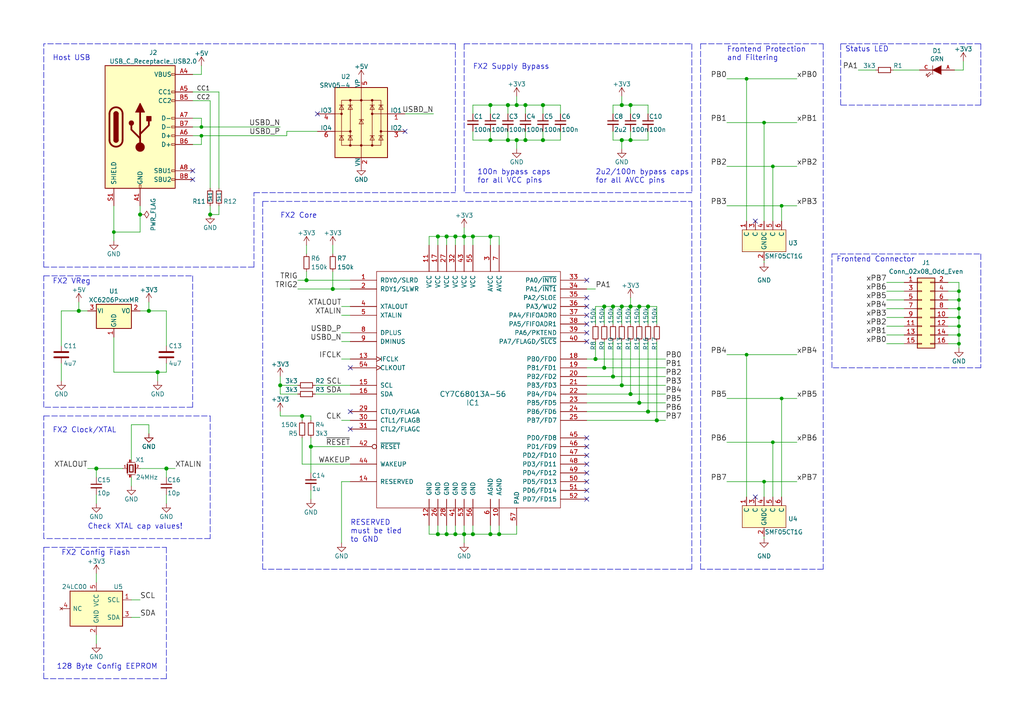
<source format=kicad_sch>
(kicad_sch (version 20230121) (generator eeschema)
  (paper "A4")
  (title_block (title "BitMagic-Basic") (rev "V1.1a") (company "1BitSquared") (comment 1 "License: CC-BY-SA V4.0") (comment 2 "(C) 2019-2020 1BitSquared <info@1bitsquared.com>") (comment 3 "(C) 2019-2020 Piotr Esden-Tempski <piotr@esden.net>"))
  (junction (at 180.34 40.64) (diameter 1.016))
  (junction (at 278.13 97.155))
  (junction (at 81.28 111.76) (diameter 1.016))
  (junction (at 58.42 36.83))
  (junction (at 278.13 92.075))
  (junction (at 177.8 109.22) (diameter 1.016))
  (junction (at 129.54 68.58) (diameter 1.016))
  (junction (at 216.535 22.86))
  (junction (at 33.02 67.31))
  (junction (at 182.88 114.3) (diameter 1.016))
  (junction (at 152.4 30.48) (diameter 1.016))
  (junction (at 216.535 102.87))
  (junction (at 137.16 68.58) (diameter 1.016))
  (junction (at 221.615 139.7))
  (junction (at 127 154.94) (diameter 1.016))
  (junction (at 142.24 68.58) (diameter 1.016))
  (junction (at 87.63 120.65) (diameter 1.016))
  (junction (at 149.86 40.64) (diameter 1.016))
  (junction (at 127 68.58) (diameter 1.016))
  (junction (at 278.13 89.535))
  (junction (at 45.72 107.95) (diameter 1.016))
  (junction (at 185.42 116.84) (diameter 1.016))
  (junction (at 185.42 88.9) (diameter 1.016))
  (junction (at 142.24 30.48) (diameter 1.016))
  (junction (at 278.13 86.995))
  (junction (at 224.155 48.26))
  (junction (at 226.695 59.69))
  (junction (at 180.34 88.9) (diameter 1.016))
  (junction (at 221.615 35.56))
  (junction (at 224.155 128.27))
  (junction (at 134.62 154.94) (diameter 1.016))
  (junction (at 182.88 88.9) (diameter 1.016))
  (junction (at 278.13 99.695))
  (junction (at 190.5 121.92) (diameter 1.016))
  (junction (at 187.96 88.9) (diameter 1.016))
  (junction (at 96.52 83.82) (diameter 1.016))
  (junction (at 147.32 40.64) (diameter 1.016))
  (junction (at 22.86 90.17) (diameter 1.016))
  (junction (at 180.34 30.48) (diameter 1.016))
  (junction (at 43.18 90.17) (diameter 1.016))
  (junction (at 182.88 30.48) (diameter 1.016))
  (junction (at 48.26 135.89) (diameter 1.016))
  (junction (at 172.72 104.14) (diameter 1.016))
  (junction (at 90.17 129.54) (diameter 1.016))
  (junction (at 40.64 62.23) (diameter 1.016))
  (junction (at 132.08 68.58) (diameter 1.016))
  (junction (at 137.16 154.94) (diameter 1.016))
  (junction (at 157.48 30.48) (diameter 1.016))
  (junction (at 152.4 40.64) (diameter 1.016))
  (junction (at 187.96 119.38) (diameter 1.016))
  (junction (at 88.9 81.28) (diameter 1.016))
  (junction (at 60.96 62.23) (diameter 1.016))
  (junction (at 27.94 135.89) (diameter 1.016))
  (junction (at 157.48 40.64) (diameter 1.016))
  (junction (at 144.78 154.94) (diameter 1.016))
  (junction (at 147.32 30.48) (diameter 1.016))
  (junction (at 142.24 40.64) (diameter 1.016))
  (junction (at 175.26 106.68) (diameter 1.016))
  (junction (at 182.88 40.64) (diameter 1.016))
  (junction (at 278.13 84.455))
  (junction (at 226.695 115.57))
  (junction (at 142.24 154.94) (diameter 1.016))
  (junction (at 149.86 30.48) (diameter 1.016))
  (junction (at 177.8 88.9) (diameter 1.016))
  (junction (at 278.13 94.615))
  (junction (at 134.62 68.58) (diameter 1.016))
  (junction (at 129.54 154.94) (diameter 1.016))
  (junction (at 175.26 88.9) (diameter 1.016))
  (junction (at 132.08 154.94) (diameter 1.016))
  (junction (at 180.34 111.76) (diameter 1.016))
  (junction (at 58.42 39.37))
  (no_connect (at 170.18 93.98))
  (no_connect (at 170.18 129.54))
  (no_connect (at 170.18 96.52))
  (no_connect (at 92.075 33.02))
  (no_connect (at 101.6 106.68))
  (no_connect (at 170.18 132.08))
  (no_connect (at 117.475 38.1))
  (no_connect (at 55.88 49.53))
  (no_connect (at 170.18 139.7))
  (no_connect (at 170.18 99.06))
  (no_connect (at 170.18 142.24))
  (no_connect (at 101.6 119.38))
  (no_connect (at 170.18 137.16))
  (no_connect (at 170.18 144.78))
  (no_connect (at 170.18 81.28))
  (no_connect (at 170.18 134.62))
  (no_connect (at 170.18 86.36))
  (no_connect (at 170.18 91.44))
  (no_connect (at 219.075 144.145))
  (no_connect (at 170.18 88.9))
  (no_connect (at 101.6 124.46))
  (no_connect (at 219.075 64.135))
  (no_connect (at 170.18 127))
  (no_connect (at 55.88 52.07))
  (wire (pts (xy 187.96 119.38) (xy 193.04 119.38)))
  (polyline (pts (xy 200.66 58.42) (xy 200.66 165.1)) (stroke (width 0) (type dash)))
  (polyline (pts (xy 284.48 106.68) (xy 241.3 106.68)) (stroke (width 0) (type dash)))
  (wire (pts (xy 86.36 111.76) (xy 81.28 111.76)))
  (wire (pts (xy 90.17 120.65) (xy 90.17 121.92)))
  (wire (pts (xy 144.78 154.94) (xy 149.86 154.94)))
  (wire (pts (xy 38.1 179.07) (xy 40.64 179.07)))
  (wire (pts (xy 58.42 21.59) (xy 58.42 19.05)))
  (wire (pts (xy 170.18 109.22) (xy 177.8 109.22)))
  (wire (pts (xy 262.255 89.535) (xy 257.175 89.535)))
  (wire (pts (xy 172.72 88.9) (xy 175.26 88.9)))
  (polyline (pts (xy 12.7 80.01) (xy 55.88 80.01)) (stroke (width 0) (type dash)))
  (wire (pts (xy 170.18 106.68) (xy 175.26 106.68)))
  (wire (pts (xy 142.24 71.12) (xy 142.24 68.58)))
  (wire (pts (xy 177.8 38.1) (xy 177.8 40.64)))
  (wire (pts (xy 262.255 92.075) (xy 257.175 92.075)))
  (wire (pts (xy 262.255 97.155) (xy 257.175 97.155)))
  (wire (pts (xy 17.78 90.17) (xy 22.86 90.17)))
  (wire (pts (xy 48.26 143.51) (xy 48.26 146.05)))
  (wire (pts (xy 38.1 123.19) (xy 43.18 123.19)))
  (wire (pts (xy 175.26 106.68) (xy 193.04 106.68)))
  (wire (pts (xy 58.42 36.83) (xy 81.28 36.83)))
  (wire (pts (xy 262.255 84.455) (xy 257.175 84.455)))
  (wire (pts (xy 96.52 71.12) (xy 96.52 73.66)))
  (wire (pts (xy 152.4 30.48) (xy 157.48 30.48)))
  (wire (pts (xy 83.185 39.37) (xy 83.185 38.1)))
  (wire (pts (xy 187.96 88.9) (xy 190.5 88.9)))
  (wire (pts (xy 96.52 83.82) (xy 86.36 83.82)))
  (wire (pts (xy 45.72 107.95) (xy 45.72 110.49)))
  (wire (pts (xy 182.88 88.9) (xy 182.88 93.98)))
  (wire (pts (xy 81.28 111.76) (xy 81.28 114.3)))
  (wire (pts (xy 137.16 68.58) (xy 142.24 68.58)))
  (wire (pts (xy 88.9 73.66) (xy 88.9 71.12)))
  (wire (pts (xy 101.6 121.92) (xy 99.06 121.92)))
  (wire (pts (xy 210.82 139.7) (xy 221.615 139.7)))
  (wire (pts (xy 38.1 133.35) (xy 38.1 123.19)))
  (wire (pts (xy 87.63 134.62) (xy 101.6 134.62)))
  (wire (pts (xy 127 152.4) (xy 127 154.94)))
  (wire (pts (xy 172.72 104.14) (xy 172.72 99.06)))
  (polyline (pts (xy 243.84 30.48) (xy 243.84 12.7)) (stroke (width 0) (type dash)))
  (polyline (pts (xy 134.62 12.7) (xy 134.62 55.88)) (stroke (width 0) (type dash)))
  (wire (pts (xy 81.28 119.38) (xy 81.28 120.65)))
  (wire (pts (xy 224.155 48.26) (xy 231.14 48.26)))
  (polyline (pts (xy 60.96 120.65) (xy 60.96 156.21)) (stroke (width 0) (type dash)))
  (wire (pts (xy 274.955 92.075) (xy 278.13 92.075)))
  (wire (pts (xy 221.615 139.7) (xy 231.14 139.7)))
  (polyline (pts (xy 203.2 12.7) (xy 238.76 12.7)) (stroke (width 0) (type dash)))
  (wire (pts (xy 177.8 30.48) (xy 180.34 30.48)))
  (wire (pts (xy 210.82 128.27) (xy 224.155 128.27)))
  (wire (pts (xy 147.32 33.02) (xy 147.32 30.48)))
  (wire (pts (xy 17.78 90.17) (xy 17.78 100.33)))
  (wire (pts (xy 182.88 88.9) (xy 185.42 88.9)))
  (wire (pts (xy 149.86 30.48) (xy 152.4 30.48)))
  (wire (pts (xy 175.26 88.9) (xy 177.8 88.9)))
  (wire (pts (xy 172.72 104.14) (xy 193.04 104.14)))
  (wire (pts (xy 180.34 93.98) (xy 180.34 88.9)))
  (wire (pts (xy 55.88 39.37) (xy 58.42 39.37)))
  (polyline (pts (xy 73.66 55.88) (xy 132.08 55.88)) (stroke (width 0) (type dash)))
  (wire (pts (xy 129.54 154.94) (xy 132.08 154.94)))
  (wire (pts (xy 86.36 81.28) (xy 88.9 81.28)))
  (wire (pts (xy 27.94 135.89) (xy 35.56 135.89)))
  (polyline (pts (xy 134.62 12.7) (xy 200.66 12.7)) (stroke (width 0) (type dash)))
  (wire (pts (xy 134.62 154.94) (xy 137.16 154.94)))
  (wire (pts (xy 60.96 59.69) (xy 60.96 62.23)))
  (wire (pts (xy 190.5 121.92) (xy 193.04 121.92)))
  (wire (pts (xy 22.86 90.17) (xy 22.86 87.63)))
  (wire (pts (xy 210.82 22.86) (xy 216.535 22.86)))
  (wire (pts (xy 170.18 104.14) (xy 172.72 104.14)))
  (wire (pts (xy 187.96 30.48) (xy 187.96 33.02)))
  (wire (pts (xy 58.42 36.83) (xy 58.42 34.29)))
  (wire (pts (xy 210.82 35.56) (xy 221.615 35.56)))
  (wire (pts (xy 274.955 86.995) (xy 278.13 86.995)))
  (polyline (pts (xy 200.66 12.7) (xy 200.66 55.88)) (stroke (width 0) (type dash)))
  (wire (pts (xy 101.6 114.3) (xy 91.44 114.3)))
  (wire (pts (xy 170.18 116.84) (xy 185.42 116.84)))
  (wire (pts (xy 187.96 40.64) (xy 187.96 38.1)))
  (polyline (pts (xy 12.7 118.11) (xy 12.7 80.01)) (stroke (width 0) (type dash)))
  (wire (pts (xy 87.63 127) (xy 87.63 134.62)))
  (wire (pts (xy 210.82 115.57) (xy 226.695 115.57)))
  (wire (pts (xy 274.955 99.695) (xy 278.13 99.695)))
  (wire (pts (xy 182.88 38.1) (xy 182.88 40.64)))
  (wire (pts (xy 147.32 38.1) (xy 147.32 40.64)))
  (wire (pts (xy 27.94 184.15) (xy 27.94 186.69)))
  (wire (pts (xy 101.6 139.7) (xy 99.06 139.7)))
  (wire (pts (xy 101.6 83.82) (xy 96.52 83.82)))
  (wire (pts (xy 162.56 40.64) (xy 162.56 38.1)))
  (wire (pts (xy 33.02 67.31) (xy 33.02 69.85)))
  (wire (pts (xy 170.18 114.3) (xy 182.88 114.3)))
  (polyline (pts (xy 48.26 196.85) (xy 12.7 196.85)) (stroke (width 0) (type dash)))
  (wire (pts (xy 87.63 120.65) (xy 90.17 120.65)))
  (wire (pts (xy 152.4 38.1) (xy 152.4 40.64)))
  (wire (pts (xy 170.18 119.38) (xy 187.96 119.38)))
  (wire (pts (xy 149.86 154.94) (xy 149.86 152.4)))
  (wire (pts (xy 55.88 41.91) (xy 58.42 41.91)))
  (wire (pts (xy 137.16 71.12) (xy 137.16 68.58)))
  (wire (pts (xy 87.63 120.65) (xy 87.63 121.92)))
  (wire (pts (xy 127 68.58) (xy 129.54 68.58)))
  (polyline (pts (xy 241.3 106.68) (xy 241.3 73.66)) (stroke (width 0) (type dash)))
  (wire (pts (xy 137.16 40.64) (xy 142.24 40.64)))
  (wire (pts (xy 90.17 129.54) (xy 90.17 137.16)))
  (wire (pts (xy 226.695 59.69) (xy 231.14 59.69)))
  (wire (pts (xy 216.535 22.86) (xy 216.535 64.135)))
  (wire (pts (xy 137.16 30.48) (xy 142.24 30.48)))
  (wire (pts (xy 185.42 93.98) (xy 185.42 88.9)))
  (wire (pts (xy 134.62 68.58) (xy 137.16 68.58)))
  (wire (pts (xy 276.86 20.32) (xy 279.4 20.32)))
  (wire (pts (xy 224.155 128.27) (xy 231.14 128.27)))
  (polyline (pts (xy 12.7 196.85) (xy 12.7 158.75)) (stroke (width 0) (type dash)))
  (wire (pts (xy 162.56 30.48) (xy 162.56 33.02)))
  (wire (pts (xy 33.02 97.79) (xy 33.02 107.95)))
  (wire (pts (xy 27.94 143.51) (xy 27.94 146.05)))
  (wire (pts (xy 27.94 168.91) (xy 27.94 166.37)))
  (wire (pts (xy 25.4 135.89) (xy 27.94 135.89)))
  (wire (pts (xy 177.8 93.98) (xy 177.8 88.9)))
  (wire (pts (xy 137.16 152.4) (xy 137.16 154.94)))
  (polyline (pts (xy 241.3 73.66) (xy 284.48 73.66)) (stroke (width 0) (type dash)))
  (wire (pts (xy 55.88 34.29) (xy 58.42 34.29)))
  (wire (pts (xy 152.4 40.64) (xy 157.48 40.64)))
  (polyline (pts (xy 200.66 165.1) (xy 76.2 165.1)) (stroke (width 0) (type dash)))
  (wire (pts (xy 129.54 152.4) (xy 129.54 154.94)))
  (wire (pts (xy 226.695 115.57) (xy 231.14 115.57)))
  (wire (pts (xy 149.86 30.48) (xy 149.86 27.94)))
  (wire (pts (xy 274.955 97.155) (xy 278.13 97.155)))
  (wire (pts (xy 278.13 99.695) (xy 278.13 100.965)))
  (wire (pts (xy 226.695 59.69) (xy 226.695 64.135)))
  (wire (pts (xy 142.24 30.48) (xy 147.32 30.48)))
  (wire (pts (xy 221.615 35.56) (xy 231.14 35.56)))
  (wire (pts (xy 137.16 33.02) (xy 137.16 30.48)))
  (wire (pts (xy 142.24 68.58) (xy 144.78 68.58)))
  (wire (pts (xy 278.13 89.535) (xy 278.13 92.075)))
  (wire (pts (xy 180.34 30.48) (xy 182.88 30.48)))
  (wire (pts (xy 177.8 88.9) (xy 180.34 88.9)))
  (wire (pts (xy 127 71.12) (xy 127 68.58)))
  (wire (pts (xy 182.88 86.36) (xy 182.88 88.9)))
  (wire (pts (xy 185.42 88.9) (xy 187.96 88.9)))
  (wire (pts (xy 157.48 38.1) (xy 157.48 40.64)))
  (wire (pts (xy 262.255 94.615) (xy 257.175 94.615)))
  (wire (pts (xy 48.26 135.89) (xy 48.26 138.43)))
  (polyline (pts (xy 243.84 12.7) (xy 284.48 12.7)) (stroke (width 0) (type dash)))
  (wire (pts (xy 175.26 93.98) (xy 175.26 88.9)))
  (wire (pts (xy 172.72 93.98) (xy 172.72 88.9)))
  (wire (pts (xy 134.62 66.04) (xy 134.62 68.58)))
  (wire (pts (xy 262.255 86.995) (xy 257.175 86.995)))
  (wire (pts (xy 278.13 94.615) (xy 278.13 97.155)))
  (wire (pts (xy 134.62 68.58) (xy 134.62 71.12)))
  (wire (pts (xy 101.6 91.44) (xy 99.06 91.44)))
  (wire (pts (xy 180.34 88.9) (xy 182.88 88.9)))
  (wire (pts (xy 27.94 135.89) (xy 27.94 138.43)))
  (polyline (pts (xy 284.48 12.7) (xy 284.48 30.48)) (stroke (width 0) (type dash)))
  (polyline (pts (xy 12.7 120.65) (xy 60.96 120.65)) (stroke (width 0) (type dash)))
  (wire (pts (xy 221.615 139.7) (xy 221.615 144.145)))
  (wire (pts (xy 210.82 102.87) (xy 216.535 102.87)))
  (wire (pts (xy 124.46 68.58) (xy 127 68.58)))
  (polyline (pts (xy 12.7 158.75) (xy 48.26 158.75)) (stroke (width 0) (type dash)))
  (wire (pts (xy 274.955 84.455) (xy 278.13 84.455)))
  (wire (pts (xy 101.6 99.06) (xy 99.06 99.06)))
  (wire (pts (xy 43.18 90.17) (xy 48.26 90.17)))
  (wire (pts (xy 88.9 78.74) (xy 88.9 81.28)))
  (polyline (pts (xy 55.88 118.11) (xy 12.7 118.11)) (stroke (width 0) (type dash)))
  (polyline (pts (xy 284.48 30.48) (xy 243.84 30.48)) (stroke (width 0) (type dash)))
  (wire (pts (xy 180.34 40.64) (xy 180.34 43.18)))
  (polyline (pts (xy 73.66 77.47) (xy 73.66 55.88)) (stroke (width 0) (type dash)))
  (wire (pts (xy 134.62 154.94) (xy 134.62 157.48)))
  (wire (pts (xy 132.08 152.4) (xy 132.08 154.94)))
  (wire (pts (xy 182.88 30.48) (xy 187.96 30.48)))
  (wire (pts (xy 40.64 67.31) (xy 33.02 67.31)))
  (wire (pts (xy 278.13 92.075) (xy 278.13 94.615)))
  (wire (pts (xy 180.34 111.76) (xy 193.04 111.76)))
  (wire (pts (xy 216.535 22.86) (xy 231.14 22.86)))
  (wire (pts (xy 38.1 173.99) (xy 40.64 173.99)))
  (wire (pts (xy 45.72 107.95) (xy 48.26 107.95)))
  (wire (pts (xy 132.08 71.12) (xy 132.08 68.58)))
  (wire (pts (xy 182.88 114.3) (xy 193.04 114.3)))
  (wire (pts (xy 17.78 105.41) (xy 17.78 110.49)))
  (wire (pts (xy 124.46 154.94) (xy 127 154.94)))
  (wire (pts (xy 83.185 38.1) (xy 92.075 38.1)))
  (wire (pts (xy 48.26 135.89) (xy 50.8 135.89)))
  (wire (pts (xy 55.88 36.83) (xy 58.42 36.83)))
  (wire (pts (xy 262.255 81.915) (xy 257.175 81.915)))
  (wire (pts (xy 224.155 128.27) (xy 224.155 144.145)))
  (wire (pts (xy 90.17 127) (xy 90.17 129.54)))
  (wire (pts (xy 259.08 20.32) (xy 266.7 20.32)))
  (polyline (pts (xy 284.48 73.66) (xy 284.48 106.68)) (stroke (width 0) (type dash)))
  (wire (pts (xy 132.08 154.94) (xy 134.62 154.94)))
  (wire (pts (xy 170.18 111.76) (xy 180.34 111.76)))
  (wire (pts (xy 224.155 48.26) (xy 224.155 64.135)))
  (polyline (pts (xy 132.08 12.7) (xy 12.7 12.7)) (stroke (width 0) (type dash)))
  (wire (pts (xy 157.48 30.48) (xy 162.56 30.48)))
  (wire (pts (xy 127 154.94) (xy 129.54 154.94)))
  (wire (pts (xy 63.5 26.67) (xy 63.5 54.61)))
  (wire (pts (xy 221.615 75.565) (xy 221.615 76.2)))
  (wire (pts (xy 149.86 40.64) (xy 149.86 43.18)))
  (wire (pts (xy 185.42 116.84) (xy 193.04 116.84)))
  (polyline (pts (xy 60.96 156.21) (xy 12.7 156.21)) (stroke (width 0) (type dash)))
  (wire (pts (xy 182.88 114.3) (xy 182.88 99.06)))
  (wire (pts (xy 144.78 154.94) (xy 144.78 152.4)))
  (wire (pts (xy 226.695 115.57) (xy 226.695 144.145)))
  (wire (pts (xy 144.78 68.58) (xy 144.78 71.12)))
  (wire (pts (xy 137.16 38.1) (xy 137.16 40.64)))
  (wire (pts (xy 149.86 40.64) (xy 152.4 40.64)))
  (wire (pts (xy 221.615 35.56) (xy 221.615 64.135)))
  (wire (pts (xy 210.82 59.69) (xy 226.695 59.69)))
  (wire (pts (xy 101.6 96.52) (xy 99.06 96.52)))
  (wire (pts (xy 142.24 38.1) (xy 142.24 40.64)))
  (polyline (pts (xy 200.66 55.88) (xy 134.62 55.88)) (stroke (width 0) (type dash)))
  (wire (pts (xy 262.255 99.695) (xy 257.175 99.695)))
  (polyline (pts (xy 76.2 58.42) (xy 200.66 58.42)) (stroke (width 0) (type dash)))
  (wire (pts (xy 101.6 129.54) (xy 90.17 129.54)))
  (wire (pts (xy 187.96 119.38) (xy 187.96 99.06)))
  (wire (pts (xy 101.6 104.14) (xy 99.06 104.14)))
  (wire (pts (xy 190.5 88.9) (xy 190.5 93.98)))
  (wire (pts (xy 157.48 40.64) (xy 162.56 40.64)))
  (wire (pts (xy 134.62 152.4) (xy 134.62 154.94)))
  (wire (pts (xy 55.88 21.59) (xy 58.42 21.59)))
  (wire (pts (xy 142.24 40.64) (xy 147.32 40.64)))
  (wire (pts (xy 177.8 40.64) (xy 180.34 40.64)))
  (wire (pts (xy 187.96 93.98) (xy 187.96 88.9)))
  (wire (pts (xy 63.5 59.69) (xy 63.5 62.23)))
  (wire (pts (xy 279.4 20.32) (xy 279.4 17.78)))
  (wire (pts (xy 278.13 81.915) (xy 278.13 84.455)))
  (wire (pts (xy 278.13 86.995) (xy 278.13 89.535)))
  (wire (pts (xy 60.96 62.23) (xy 63.5 62.23)))
  (polyline (pts (xy 76.2 165.1) (xy 76.2 58.42)) (stroke (width 0) (type dash)))
  (wire (pts (xy 55.88 26.67) (xy 63.5 26.67)))
  (wire (pts (xy 55.88 29.21) (xy 60.96 29.21)))
  (wire (pts (xy 180.34 30.48) (xy 180.34 27.94)))
  (wire (pts (xy 185.42 116.84) (xy 185.42 99.06)))
  (wire (pts (xy 180.34 40.64) (xy 182.88 40.64)))
  (wire (pts (xy 278.13 97.155) (xy 278.13 99.695)))
  (wire (pts (xy 177.8 109.22) (xy 193.04 109.22)))
  (polyline (pts (xy 12.7 77.47) (xy 12.7 12.7)) (stroke (width 0) (type dash)))
  (wire (pts (xy 274.955 94.615) (xy 278.13 94.615)))
  (wire (pts (xy 129.54 71.12) (xy 129.54 68.58)))
  (wire (pts (xy 157.48 33.02) (xy 157.48 30.48)))
  (wire (pts (xy 38.1 138.43) (xy 38.1 140.97)))
  (wire (pts (xy 88.9 81.28) (xy 101.6 81.28)))
  (wire (pts (xy 248.92 20.32) (xy 254 20.32)))
  (wire (pts (xy 124.46 71.12) (xy 124.46 68.58)))
  (wire (pts (xy 129.54 68.58) (xy 132.08 68.58)))
  (wire (pts (xy 142.24 33.02) (xy 142.24 30.48)))
  (wire (pts (xy 152.4 33.02) (xy 152.4 30.48)))
  (wire (pts (xy 48.26 90.17) (xy 48.26 100.33)))
  (wire (pts (xy 147.32 40.64) (xy 149.86 40.64)))
  (wire (pts (xy 175.26 106.68) (xy 175.26 99.06)))
  (wire (pts (xy 99.06 139.7) (xy 99.06 157.48)))
  (wire (pts (xy 278.13 81.915) (xy 274.955 81.915)))
  (wire (pts (xy 132.08 68.58) (xy 134.62 68.58)))
  (wire (pts (xy 43.18 123.19) (xy 43.18 125.73)))
  (wire (pts (xy 81.28 120.65) (xy 87.63 120.65)))
  (wire (pts (xy 278.13 84.455) (xy 278.13 86.995)))
  (polyline (pts (xy 238.76 12.7) (xy 238.76 165.1)) (stroke (width 0) (type dash)))
  (wire (pts (xy 22.86 90.17) (xy 25.4 90.17)))
  (wire (pts (xy 221.615 155.575) (xy 221.615 156.21)))
  (wire (pts (xy 101.6 88.9) (xy 99.06 88.9)))
  (wire (pts (xy 216.535 102.87) (xy 216.535 144.145)))
  (polyline (pts (xy 73.66 77.47) (xy 12.7 77.47)) (stroke (width 0) (type dash)))
  (polyline (pts (xy 203.2 165.1) (xy 203.2 12.7)) (stroke (width 0) (type dash)))
  (wire (pts (xy 40.64 90.17) (xy 43.18 90.17)))
  (wire (pts (xy 40.64 135.89) (xy 48.26 135.89)))
  (wire (pts (xy 90.17 142.24) (xy 90.17 144.78)))
  (wire (pts (xy 101.6 111.76) (xy 91.44 111.76)))
  (polyline (pts (xy 132.08 12.7) (xy 132.08 55.88)) (stroke (width 0) (type dash)))
  (wire (pts (xy 43.18 90.17) (xy 43.18 87.63)))
  (wire (pts (xy 96.52 83.82) (xy 96.52 78.74)))
  (wire (pts (xy 58.42 39.37) (xy 83.185 39.37)))
  (wire (pts (xy 182.88 40.64) (xy 187.96 40.64)))
  (wire (pts (xy 147.32 30.48) (xy 149.86 30.48)))
  (polyline (pts (xy 55.88 80.01) (xy 55.88 118.11)) (stroke (width 0) (type dash)))
  (wire (pts (xy 177.8 33.02) (xy 177.8 30.48)))
  (wire (pts (xy 274.955 89.535) (xy 278.13 89.535)))
  (wire (pts (xy 117.475 33.02) (xy 125.73 33.02)))
  (wire (pts (xy 58.42 39.37) (xy 58.42 41.91)))
  (wire (pts (xy 182.88 33.02) (xy 182.88 30.48)))
  (wire (pts (xy 124.46 152.4) (xy 124.46 154.94)))
  (wire (pts (xy 180.34 111.76) (xy 180.34 99.06)))
  (wire (pts (xy 142.24 152.4) (xy 142.24 154.94)))
  (wire (pts (xy 48.26 107.95) (xy 48.26 105.41)))
  (wire (pts (xy 177.8 109.22) (xy 177.8 99.06)))
  (wire (pts (xy 81.28 109.22) (xy 81.28 111.76)))
  (polyline (pts (xy 48.26 158.75) (xy 48.26 196.85)) (stroke (width 0) (type dash)))
  (wire (pts (xy 40.64 62.23) (xy 40.64 67.31)))
  (polyline (pts (xy 238.76 165.1) (xy 203.2 165.1)) (stroke (width 0) (type dash)))
  (wire (pts (xy 137.16 154.94) (xy 142.24 154.94)))
  (wire (pts (xy 33.02 107.95) (xy 45.72 107.95)))
  (wire (pts (xy 142.24 154.94) (xy 144.78 154.94)))
  (wire (pts (xy 60.96 29.21) (xy 60.96 54.61)))
  (wire (pts (xy 81.28 114.3) (xy 86.36 114.3)))
  (wire (pts (xy 33.02 59.69) (xy 33.02 67.31)))
  (wire (pts (xy 216.535 102.87) (xy 231.14 102.87)))
  (wire (pts (xy 170.18 121.92) (xy 190.5 121.92)))
  (wire (pts (xy 190.5 121.92) (xy 190.5 99.06)))
  (wire (pts (xy 40.64 59.69) (xy 40.64 62.23)))
  (wire (pts (xy 210.82 48.26) (xy 224.155 48.26)))
  (wire (pts (xy 170.18 83.82) (xy 172.72 83.82)))
  (polyline (pts (xy 12.7 156.21) (xy 12.7 120.65)) (stroke (width 0) (type dash)))
  (text "100n bypass caps\nfor all VCC pins" (at 138.43 53.34 0) (effects (font (size 1.524 1.524)) (justify left bottom)))
  (text "Host USB" (at 15.24 17.78 0) (effects (font (size 1.524 1.524)) (justify left bottom)))
  (text "Check XTAL cap values!" (at 25.4 153.67 0) (effects (font (size 1.524 1.524)) (justify left bottom)))
  (text "FX2 Config Flash" (at 17.78 161.29 0) (effects (font (size 1.524 1.524)) (justify left bottom)))
  (text "Frontend Protection\nand Filtering" (at 210.82 17.78 0) (effects (font (size 1.524 1.524)) (justify left bottom)))
  (text "FX2 Supply Bypass" (at 137.16 20.32 0) (effects (font (size 1.524 1.524)) (justify left bottom)))
  (text "2u2/100n bypass caps\nfor all AVCC pins" (at 172.72 53.34 0) (effects (font (size 1.524 1.524)) (justify left bottom)))
  (text "FX2 Core" (at 81.28 63.5 0) (effects (font (size 1.524 1.524)) (justify left bottom)))
  (text "Frontend Connector" (at 242.57 76.2 0) (effects (font (size 1.524 1.524)) (justify left bottom)))
  (text "FX2 Clock/XTAL" (at 15.24 125.73 0) (effects (font (size 1.524 1.524)) (justify left bottom)))
  (text "FX2 VReg" (at 15.24 82.55 0) (effects (font (size 1.524 1.524)) (justify left bottom)))
  (text "Status LED" (at 245.11 15.24 0) (effects (font (size 1.524 1.524)) (justify left bottom)))
  (text "128 Byte Config EEPROM" (at 45.72 194.31 0) (effects (font (size 1.524 1.524)) (justify right bottom)))
  (text "RESERVED\nmust be tied\nto GND" (at 101.6 157.48 0) (effects (font (size 1.524 1.524)) (justify left bottom)))
  (label "PB2" (at 210.82 48.26 180) (effects (font (size 1.524 1.524))))
  (label "XTALOUT" (at 99.06 88.9 180) (effects (font (size 1.524 1.524))))
  (label "PB5" (at 193.04 116.84 0) (effects (font (size 1.524 1.524))))
  (label "xPB2" (at 257.175 94.615 180) (effects (font (size 1.524 1.524))))
  (label "xPB1" (at 231.14 35.56 0) (effects (font (size 1.524 1.524))))
  (label "xPB6" (at 231.14 128.27 0) (effects (font (size 1.524 1.524))))
  (label "CC1" (at 60.96 26.67 180))
  (label "xPB0" (at 257.175 99.695 180) (effects (font (size 1.524 1.524))))
  (label "CC2" (at 60.96 29.21 180))
  (label "xPB3" (at 231.14 59.69 0) (effects (font (size 1.524 1.524))))
  (label "USBD_N" (at 81.28 36.83 180) (effects (font (size 1.524 1.524))))
  (label "PB3" (at 210.82 59.69 180) (effects (font (size 1.524 1.524))))
  (label "PB6" (at 210.82 128.27 180) (effects (font (size 1.524 1.524))))
  (label "PB0" (at 193.04 104.14 0) (effects (font (size 1.524 1.524))))
  (label "xPB0" (at 231.14 22.86 0) (effects (font (size 1.524 1.524))))
  (label "PA1" (at 172.72 83.82 0) (effects (font (size 1.524 1.524))))
  (label "xPB5" (at 231.14 115.57 0) (effects (font (size 1.524 1.524))))
  (label "xPB5" (at 257.175 86.995 180) (effects (font (size 1.524 1.524))))
  (label "WAKEUP" (at 101.6 134.62 180) (effects (font (size 1.524 1.524))))
  (label "SDA" (at 40.64 179.07 0) (effects (font (size 1.524 1.524))))
  (label "SCL" (at 99.06 111.76 180) (effects (font (size 1.524 1.524))))
  (label "PB1" (at 210.82 35.56 180) (effects (font (size 1.524 1.524))))
  (label "xPB4" (at 231.14 102.87 0) (effects (font (size 1.524 1.524))))
  (label "USBD_P" (at 99.06 96.52 180) (effects (font (size 1.524 1.524))))
  (label "xPB6" (at 257.175 84.455 180) (effects (font (size 1.524 1.524))))
  (label "~{RESET}" (at 101.6 129.54 180) (effects (font (size 1.524 1.524))))
  (label "PB4" (at 193.04 114.3 0) (effects (font (size 1.524 1.524))))
  (label "PB2" (at 193.04 109.22 0) (effects (font (size 1.524 1.524))))
  (label "xPB7" (at 257.175 81.915 180) (effects (font (size 1.524 1.524))))
  (label "XTALIN" (at 50.8 135.89 0) (effects (font (size 1.524 1.524))))
  (label "xPB7" (at 231.14 139.7 0) (effects (font (size 1.524 1.524))))
  (label "xPB2" (at 231.14 48.26 0) (effects (font (size 1.524 1.524))))
  (label "SCL" (at 40.64 173.99 0) (effects (font (size 1.524 1.524))))
  (label "TRIG2" (at 86.36 83.82 180) (effects (font (size 1.524 1.524))))
  (label "PB0" (at 210.82 22.86 180) (effects (font (size 1.524 1.524))))
  (label "CLK" (at 99.06 121.92 180) (effects (font (size 1.524 1.524))))
  (label "PB7" (at 210.82 139.7 180) (effects (font (size 1.524 1.524))))
  (label "IFCLK" (at 99.06 104.14 180) (effects (font (size 1.524 1.524))))
  (label "PB1" (at 193.04 106.68 0) (effects (font (size 1.524 1.524))))
  (label "TRIG" (at 86.36 81.28 180) (effects (font (size 1.524 1.524))))
  (label "PB5" (at 210.82 115.57 180) (effects (font (size 1.524 1.524))))
  (label "XTALIN" (at 99.06 91.44 180) (effects (font (size 1.524 1.524))))
  (label "USBD_P" (at 81.28 39.37 180) (effects (font (size 1.524 1.524))))
  (label "PA1" (at 248.92 20.32 180) (effects (font (size 1.524 1.524))))
  (label "PB4" (at 210.82 102.87 180) (effects (font (size 1.524 1.524))))
  (label "USBD_N" (at 99.06 99.06 180) (effects (font (size 1.524 1.524))))
  (label "xPB1" (at 257.175 97.155 180) (effects (font (size 1.524 1.524))))
  (label "SDA" (at 99.06 114.3 180) (effects (font (size 1.524 1.524))))
  (label "xPB4" (at 257.175 89.535 180) (effects (font (size 1.524 1.524))))
  (label "PB3" (at 193.04 111.76 0) (effects (font (size 1.524 1.524))))
  (label "xPB3" (at 257.175 92.075 180) (effects (font (size 1.524 1.524))))
  (label "PB6" (at 193.04 119.38 0) (effects (font (size 1.524 1.524))))
  (label "XTALOUT" (at 25.4 135.89 180) (effects (font (size 1.524 1.524))))
  (label "PB7" (at 193.04 121.92 0) (effects (font (size 1.524 1.524))))
  (label "USBD_N" (at 125.73 33.02 180) (effects (font (size 1.524 1.524))))
  (symbol (lib_id "pkl_cypress:CY7C68013A-56") (at 137.16 114.3 0) (unit 1)
    (property "Reference" "IC1" (at 137.16 116.84 0) (effects (font (size 1.524 1.524))))
    (property "Value" "CY7C68013A-56" (at 137.16 114.3 0) (effects (font (size 1.524 1.524))))
    (property "Footprint" "pkl_housings_dfn_qfn:QFN-56-1EP_8x8mm_Pitch0.5mm" (effects hide))
    (property "Key" "ic-cy7c68013a-56" (effects hide))
    (property "Source" "ANY" (effects hide))
    (property "MFN" "CY768013A-56" (effects hide))
    (property "Manufacturer" "Cypress" (effects hide))
    (property "LCSC Part #" "C14912" (effects hide))
  )
  (symbol (lib_id "pkl_device:pkl_C_Small") (at 90.17 139.7 0) (unit 1)
    (property "Reference" "C14" (at 90.424 137.922 0) (effects (justify left)))
    (property "Value" "1u" (at 90.424 141.732 0) (effects (justify left)))
    (property "Footprint" "pkl_dipol:C_0402" (effects hide))
    (property "Key" "cap-cer-0402-1u" (effects hide))
    (property "Source" "ANY" (effects hide))
    (property "LCSC Part #" "C52923" (effects hide))
  )
  (symbol (lib_id "pkl_device:pkl_R_Small") (at 88.9 111.76 270) (unit 1)
    (property "Reference" "R2" (at 91.44 110.49 90) (effects (justify left)))
    (property "Value" "3k3" (at 86.36 110.49 90) (effects (justify right)))
    (property "Footprint" "pkl_dipol:R_0402" (effects hide))
    (property "Key" "res-0402-2k7" (effects hide))
    (property "Source" "ANY" (effects hide))
    (property "LCSC Part #" "C25890" (effects hide))
  )
  (symbol (lib_id "power:+3V3") (at 134.62 66.04 0) (unit 1)
    (property "Reference" "#PWR01" (effects hide))
    (property "Value" "+3V3" (at 134.62 62.484 0))
  )
  (symbol (lib_id "pkl_device:pkl_R_Small") (at 88.9 114.3 270) (unit 1)
    (property "Reference" "R3" (at 91.44 113.03 90) (effects (justify left)))
    (property "Value" "3k3" (at 86.36 113.03 90) (effects (justify right)))
    (property "Footprint" "pkl_dipol:R_0402" (effects hide))
    (property "Key" "res-0402-2k7" (effects hide))
    (property "Source" "ANY" (effects hide))
    (property "LCSC Part #" "C25890" (effects hide))
  )
  (symbol (lib_id "power:+3V3") (at 81.28 109.22 0) (unit 1)
    (property "Reference" "#PWR02" (effects hide))
    (property "Value" "+3V3" (at 81.28 105.664 0))
  )
  (symbol (lib_id "pkl_device:pkl_R_Small") (at 90.17 124.46 180) (unit 1)
    (property "Reference" "R4" (at 91.44 123.19 0) (effects (justify right)))
    (property "Value" "3k3" (at 91.44 125.73 0) (effects (justify right)))
    (property "Footprint" "pkl_dipol:R_0402" (effects hide))
    (property "Key" "res-0402-2k7" (effects hide))
    (property "Source" "ANY" (effects hide))
    (property "LCSC Part #" "C25890" (effects hide))
  )
  (symbol (lib_id "pkl_device:pkl_R_Small") (at 87.63 124.46 180) (unit 1)
    (property "Reference" "R5" (at 86.36 125.73 0) (effects (justify left)))
    (property "Value" "150k" (at 86.36 123.19 0) (effects (justify left)))
    (property "Footprint" "pkl_dipol:R_0402" (effects hide))
    (property "Key" "res-0402-100k" (effects hide))
    (property "Source" "ANY" (effects hide))
    (property "LCSC Part #" "C25750" (effects hide))
  )
  (symbol (lib_id "power:+3V3") (at 81.28 119.38 0) (unit 1)
    (property "Reference" "#PWR03" (effects hide))
    (property "Value" "+3V3" (at 81.28 115.824 0))
  )
  (symbol (lib_id "power:GND") (at 90.17 144.78 0) (unit 1)
    (property "Reference" "#PWR04" (effects hide))
    (property "Value" "GND" (at 90.17 148.59 0))
  )
  (symbol (lib_id "power:GND") (at 99.06 157.48 0) (unit 1)
    (property "Reference" "#PWR05" (effects hide))
    (property "Value" "GND" (at 99.06 161.29 0))
  )
  (symbol (lib_id "power:GND") (at 134.62 157.48 0) (unit 1)
    (property "Reference" "#PWR06" (effects hide))
    (property "Value" "GND" (at 134.62 161.29 0))
  )
  (symbol (lib_id "pkl_device:pkl_LED") (at 271.78 20.32 0) (mirror y) (unit 1)
    (property "Reference" "D1" (at 271.78 14.732 0))
    (property "Value" "GRN" (at 271.78 17.0942 0))
    (property "Footprint" "pkl_dipol:D_0603" (effects hide))
    (property "Key" "led-0603-grn" (effects hide))
    (property "Source" "ANY" (effects hide))
    (property "Description" "150mcd @ 5mA" (effects hide))
    (property "MFN" "ORH-G36A" (effects hide))
    (property "Manufacturer" "Orient" (effects hide))
    (property "LCSC Part #" "C72043" (effects hide))
  )
  (symbol (lib_id "pkl_device:pkl_R_Small") (at 256.54 20.32 270) (unit 1)
    (property "Reference" "R1" (at 259.08 19.05 90) (effects (justify left)))
    (property "Value" "3k3" (at 254 19.05 90) (effects (justify right)))
    (property "Footprint" "pkl_dipol:R_0402" (effects hide))
    (property "Key" "res-0402-2k7" (effects hide))
    (property "Source" "ANY" (effects hide))
    (property "LCSC Part #" "C25890" (effects hide))
  )
  (symbol (lib_id "power:+5V") (at 58.42 19.05 0) (unit 1)
    (property "Reference" "#PWR08" (effects hide))
    (property "Value" "+5V" (at 58.42 15.494 0))
  )
  (symbol (lib_id "power:GND") (at 33.02 69.85 0) (unit 1)
    (property "Reference" "#PWR09" (effects hide))
    (property "Value" "GND" (at 33.02 73.66 0))
  )
  (symbol (lib_id "pkl_device:pkl_C") (at 17.78 102.87 0) (unit 1)
    (property "Reference" "C11" (at 18.415 100.33 0) (effects (justify left)))
    (property "Value" "4u7" (at 18.415 105.41 0) (effects (justify left)))
    (property "Footprint" "pkl_dipol:C_0603" (effects hide))
    (property "Key" "cap-cer-0603-4u7" (effects hide))
    (property "Source" "ANY" (effects hide))
    (property "LCSC Part #" "C19666" (effects hide))
  )
  (symbol (lib_id "power:GND") (at 17.78 110.49 0) (unit 1)
    (property "Reference" "#PWR010" (effects hide))
    (property "Value" "GND" (at 17.78 114.3 0))
  )
  (symbol (lib_id "pkl_device:pkl_C") (at 48.26 102.87 0) (unit 1)
    (property "Reference" "C13" (at 48.895 100.33 0) (effects (justify left)))
    (property "Value" "4u7" (at 48.895 105.41 0) (effects (justify left)))
    (property "Footprint" "pkl_dipol:C_0603" (effects hide))
    (property "Key" "cap-cer-0603-4u7" (effects hide))
    (property "Source" "ANY" (effects hide))
    (property "LCSC Part #" "C19666" (effects hide))
  )
  (symbol (lib_id "power:GND") (at 45.72 110.49 0) (unit 1)
    (property "Reference" "#PWR011" (effects hide))
    (property "Value" "GND" (at 45.72 114.3 0))
  )
  (symbol (lib_id "power:+5V") (at 22.86 87.63 0) (unit 1)
    (property "Reference" "#PWR012" (effects hide))
    (property "Value" "+5V" (at 22.86 84.074 0))
  )
  (symbol (lib_id "power:+3V3") (at 43.18 87.63 0) (unit 1)
    (property "Reference" "#PWR013" (effects hide))
    (property "Value" "+3V3" (at 43.18 84.074 0))
  )
  (symbol (lib_id "pkl_device:pkl_C_Small") (at 137.16 35.56 0) (unit 1)
    (property "Reference" "C1" (at 137.414 33.782 0) (effects (justify left)))
    (property "Value" "100n" (at 137.414 37.592 0) (effects (justify left)))
    (property "Footprint" "pkl_dipol:C_0402" (effects hide))
    (property "Key" "cap-cer-0402-100n" (effects hide))
    (property "Source" "ANY" (effects hide))
    (property "LCSC Part #" "C307331" (effects hide))
  )
  (symbol (lib_id "pkl_device:pkl_C_Small") (at 142.24 35.56 0) (unit 1)
    (property "Reference" "C2" (at 142.494 33.782 0) (effects (justify left)))
    (property "Value" "100n" (at 142.494 37.592 0) (effects (justify left)))
    (property "Footprint" "pkl_dipol:C_0402" (effects hide))
    (property "Key" "cap-cer-0402-100n" (effects hide))
    (property "Source" "ANY" (effects hide))
    (property "LCSC Part #" "C307331" (effects hide))
  )
  (symbol (lib_id "pkl_device:pkl_C_Small") (at 147.32 35.56 0) (unit 1)
    (property "Reference" "C3" (at 147.574 33.782 0) (effects (justify left)))
    (property "Value" "100n" (at 147.574 37.592 0) (effects (justify left)))
    (property "Footprint" "pkl_dipol:C_0402" (effects hide))
    (property "Key" "cap-cer-0402-100n" (effects hide))
    (property "Source" "ANY" (effects hide))
    (property "LCSC Part #" "C307331" (effects hide))
  )
  (symbol (lib_id "pkl_device:pkl_C_Small") (at 152.4 35.56 0) (unit 1)
    (property "Reference" "C4" (at 152.654 33.782 0) (effects (justify left)))
    (property "Value" "100n" (at 152.654 37.592 0) (effects (justify left)))
    (property "Footprint" "pkl_dipol:C_0402" (effects hide))
    (property "Key" "cap-cer-0402-100n" (effects hide))
    (property "Source" "ANY" (effects hide))
    (property "LCSC Part #" "C307331" (effects hide))
  )
  (symbol (lib_id "pkl_device:pkl_C_Small") (at 157.48 35.56 0) (unit 1)
    (property "Reference" "C5" (at 157.734 33.782 0) (effects (justify left)))
    (property "Value" "100n" (at 157.734 37.592 0) (effects (justify left)))
    (property "Footprint" "pkl_dipol:C_0402" (effects hide))
    (property "Key" "cap-cer-0402-100n" (effects hide))
    (property "Source" "ANY" (effects hide))
    (property "LCSC Part #" "C307331" (effects hide))
  )
  (symbol (lib_id "pkl_device:pkl_C_Small") (at 162.56 35.56 0) (unit 1)
    (property "Reference" "C6" (at 162.814 33.782 0) (effects (justify left)))
    (property "Value" "100n" (at 162.814 37.592 0) (effects (justify left)))
    (property "Footprint" "pkl_dipol:C_0402" (effects hide))
    (property "Key" "cap-cer-0402-100n" (effects hide))
    (property "Source" "ANY" (effects hide))
    (property "LCSC Part #" "C307331" (effects hide))
  )
  (symbol (lib_id "power:+3V3") (at 149.86 27.94 0) (unit 1)
    (property "Reference" "#PWR014" (effects hide))
    (property "Value" "+3V3" (at 149.86 24.384 0))
  )
  (symbol (lib_id "power:GND") (at 149.86 43.18 0) (unit 1)
    (property "Reference" "#PWR015" (effects hide))
    (property "Value" "GND" (at 149.86 46.99 0))
  )
  (symbol (lib_id "pkl_device:pkl_C_Small") (at 182.88 35.56 0) (unit 1)
    (property "Reference" "C9" (at 183.134 33.782 0) (effects (justify left)))
    (property "Value" "100n" (at 183.134 37.592 0) (effects (justify left)))
    (property "Footprint" "pkl_dipol:C_0402" (effects hide))
    (property "Key" "cap-cer-0402-100n" (effects hide))
    (property "Source" "ANY" (effects hide))
    (property "LCSC Part #" "C307331" (effects hide))
  )
  (symbol (lib_id "pkl_device:pkl_C_Small") (at 187.96 35.56 0) (unit 1)
    (property "Reference" "C10" (at 188.214 33.782 0) (effects (justify left)))
    (property "Value" "100n" (at 188.214 37.592 0) (effects (justify left)))
    (property "Footprint" "pkl_dipol:C_0402" (effects hide))
    (property "Key" "cap-cer-0402-100n" (effects hide))
    (property "Source" "ANY" (effects hide))
    (property "LCSC Part #" "C307331" (effects hide))
  )
  (symbol (lib_id "pkl_device:pkl_C_Small") (at 177.8 35.56 0) (unit 1)
    (property "Reference" "C8" (at 178.054 33.782 0) (effects (justify left)))
    (property "Value" "2u2" (at 178.054 37.592 0) (effects (justify left)))
    (property "Footprint" "pkl_dipol:C_0402" (effects hide))
    (property "Key" "cap-cer-0402-2u2" (effects hide))
    (property "Source" "ANY" (effects hide))
    (property "LCSC Part #" "C12530" (effects hide))
  )
  (symbol (lib_id "power:+3V3") (at 180.34 27.94 0) (unit 1)
    (property "Reference" "#PWR016" (effects hide))
    (property "Value" "+3V3" (at 180.34 24.384 0))
  )
  (symbol (lib_id "power:GND") (at 180.34 43.18 0) (unit 1)
    (property "Reference" "#PWR017" (effects hide))
    (property "Value" "GND" (at 180.34 46.99 0))
  )
  (symbol (lib_id "pkl_device:pkl_XTAL_XGXG") (at 38.1 135.89 0) (unit 1)
    (property "Reference" "X1" (at 40.64 133.35 0))
    (property "Value" "24MHz" (at 39.37 138.43 0) (effects (justify left)))
    (property "Footprint" "pkl_misc:ABM8" (effects hide))
    (property "Key" "xtal-abm8-24mhz" (effects hide))
    (property "Source" "ANY" (effects hide))
    (property "MFN" "JF4024M00009T8188070" (effects hide))
    (property "Manufacturer" "JWT" (effects hide))
    (property "LCSC Part #" "C70590" (effects hide))
  )
  (symbol (lib_id "power:GND") (at 38.1 140.97 0) (unit 1)
    (property "Reference" "#PWR018" (effects hide))
    (property "Value" "GND" (at 38.1 144.78 0))
  )
  (symbol (lib_id "power:GND") (at 43.18 125.73 0) (unit 1)
    (property "Reference" "#PWR019" (effects hide))
    (property "Value" "GND" (at 43.18 129.54 0))
  )
  (symbol (lib_id "power:GND") (at 43.18 125.73 0) (unit 1)
    (property "Reference" "#PWR020" (effects hide))
    (property "Value" "GND" (at 43.18 129.54 0))
  )
  (symbol (lib_id "pkl_device:pkl_C_Small") (at 48.26 140.97 0) (unit 1)
    (property "Reference" "C16" (at 48.514 139.192 0) (effects (justify left)))
    (property "Value" "10p" (at 48.514 143.002 0) (effects (justify left)))
    (property "Footprint" "pkl_dipol:C_0402" (effects hide))
    (property "Key" "cap-cer-0402-10p" (effects hide))
    (property "Source" "ANY" (effects hide))
    (property "LCSC Part #" "C32949" (effects hide))
  )
  (symbol (lib_id "pkl_device:pkl_C_Small") (at 27.94 140.97 0) (unit 1)
    (property "Reference" "C15" (at 28.194 139.192 0) (effects (justify left)))
    (property "Value" "10p" (at 28.194 143.002 0) (effects (justify left)))
    (property "Footprint" "pkl_dipol:C_0402" (effects hide))
    (property "Key" "cap-cer-0402-10p" (effects hide))
    (property "Source" "ANY" (effects hide))
    (property "LCSC Part #" "C32949" (effects hide))
  )
  (symbol (lib_id "power:GND") (at 27.94 146.05 0) (unit 1)
    (property "Reference" "#PWR021" (effects hide))
    (property "Value" "GND" (at 27.94 149.86 0))
  )
  (symbol (lib_id "power:GND") (at 48.26 146.05 0) (unit 1)
    (property "Reference" "#PWR022" (effects hide))
    (property "Value" "GND" (at 48.26 149.86 0))
  )
  (symbol (lib_id "power:+3V3") (at 182.88 86.36 0) (unit 1)
    (property "Reference" "#PWR027" (effects hide))
    (property "Value" "+3V3" (at 182.88 82.804 0))
  )
  (symbol (lib_id "pkl_memory:pkl_24LC00") (at 27.94 176.53 0) (mirror y) (unit 1)
    (property "Reference" "U5" (at 34.29 170.18 0))
    (property "Value" "24LC00" (at 21.59 170.18 0))
    (property "Footprint" "pkl_housings_sot:SOT-23-5" (effects hide))
    (property "Key" "ic-sot-23-5-128-eeprom" (effects hide))
    (property "Characteristics" "128 byte" (effects hide))
    (property "Description" "24LC00 128byte eeprom" (effects hide))
    (property "Source" "ANY" (effects hide))
    (property "MFN" "24LC00T-I/OT" (effects hide))
    (property "Manufacturer" "Microchip" (effects hide))
    (property "LCSC Part #" "C84964" (effects hide))
  )
  (symbol (lib_id "power:+3V3") (at 27.94 166.37 0) (unit 1)
    (property "Reference" "#PWR028" (effects hide))
    (property "Value" "+3V3" (at 27.94 162.814 0))
  )
  (symbol (lib_id "power:GND") (at 27.94 186.69 0) (unit 1)
    (property "Reference" "#PWR029" (effects hide))
    (property "Value" "GND" (at 27.94 190.5 0))
  )
  (symbol (lib_id "power:PWR_FLAG") (at 40.64 62.23 270) (unit 1)
    (property "Reference" "#FLG030" (effects hide))
    (property "Value" "PWR_FLAG" (at 44.45 62.23 0))
  )
  (symbol (lib_id "pkl_device:pkl_R_Small") (at 88.9 76.2 0) (unit 1)
    (property "Reference" "R6" (at 90.17 74.93 0) (effects (justify left)))
    (property "Value" "150k" (at 90.17 77.47 0) (effects (justify left)))
    (property "Footprint" "pkl_dipol:R_0402" (effects hide))
    (property "Key" "res-0402-100k" (effects hide))
    (property "Source" "ANY" (effects hide))
    (property "LCSC Part #" "C25750" (effects hide))
  )
  (symbol (lib_id "power:+3V3") (at 88.9 71.12 0) (unit 1)
    (property "Reference" "#PWR041" (effects hide))
    (property "Value" "+3V3" (at 88.9 67.564 0))
  )
  (symbol (lib_id "power:+3V3") (at 279.4 17.78 0) (unit 1)
    (property "Reference" "#PWR0101" (effects hide))
    (property "Value" "+3V3" (at 279.4 14.224 0))
  )
  (symbol (lib_id "pkl_device:pkl_R_Small") (at 96.52 76.2 0) (unit 1)
    (property "Reference" "R7" (at 97.79 74.93 0) (effects (justify left)))
    (property "Value" "150k" (at 97.79 77.47 0) (effects (justify left)))
    (property "Footprint" "pkl_dipol:R_0402" (effects hide))
    (property "Key" "res-0402-100k" (effects hide))
    (property "Source" "ANY" (effects hide))
    (property "LCSC Part #" "C25750" (effects hide))
  )
  (symbol (lib_id "power:+3V3") (at 96.52 71.12 0) (unit 1)
    (property "Reference" "#PWR0103" (effects hide))
    (property "Value" "+3V3" (at 96.52 67.564 0))
  )
  (symbol (lib_id "pkl_device:pkl_R_Small") (at 190.5 96.52 0) (unit 1)
    (property "Reference" "R17" (at 189.865 101.6 90) (effects (justify left)))
    (property "Value" "150k" (at 189.865 93.98 90) (effects (justify left)))
    (property "Footprint" "pkl_dipol:R_0402" (effects hide))
    (property "Key" "res-0402-100k" (effects hide))
    (property "Source" "ANY" (effects hide))
    (property "LCSC Part #" "C25750" (effects hide))
  )
  (symbol (lib_id "power:GND") (at 104.775 48.26 0) (unit 1)
    (property "Reference" "#PWR026" (effects hide))
    (property "Value" "GND" (at 104.775 52.07 0))
  )
  (symbol (lib_id "pkl_device:pkl_R_Small") (at 182.88 96.52 0) (unit 1)
    (property "Reference" "R14" (at 182.245 101.6 90) (effects (justify left)))
    (property "Value" "150k" (at 182.245 93.98 90) (effects (justify left)))
    (property "Footprint" "pkl_dipol:R_0402" (effects hide))
    (property "Key" "res-0402-100k" (effects hide))
    (property "Source" "ANY" (effects hide))
    (property "LCSC Part #" "C25750" (effects hide))
  )
  (symbol (lib_id "Power_Protection:SRV05-4") (at 104.775 35.56 0) (mirror y) (unit 1)
    (property "Reference" "U2" (at 101.6253 22.225 0) (effects (justify left)))
    (property "Value" "SRV05-4" (at 101.6253 24.765 0) (effects (justify left)))
    (property "Footprint" "Package_TO_SOT_SMD:SOT-23-6" (effects hide))
    (property "Datasheet" "http://www.onsemi.com/pub/Collateral/SRV05-4-D.PDF" (effects hide))
    (property "LCSC Part #" "C85364" (effects hide))
  )
  (symbol (lib_id "pkl_misc:SMF05CT1G") (at 221.615 64.135 0) (unit 1)
    (property "Reference" "U3" (at 228.6 70.485 0) (effects (justify left)))
    (property "Value" "SMF05CT1G" (at 227.33 74.295 0))
    (property "Footprint" "Package_TO_SOT_SMD:SOT-363_SC-70-6" (effects hide))
    (property "LCSC Part #" "C15879" (effects hide))
  )
  (symbol (lib_id "pkl_device:pkl_R_Small") (at 180.34 96.52 0) (unit 1)
    (property "Reference" "R13" (at 179.705 101.6 90) (effects (justify left)))
    (property "Value" "150k" (at 179.705 93.98 90) (effects (justify left)))
    (property "Footprint" "pkl_dipol:R_0402" (effects hide))
    (property "Key" "res-0402-100k" (effects hide))
    (property "Source" "ANY" (effects hide))
    (property "LCSC Part #" "C25750" (effects hide))
  )
  (symbol (lib_name "GND_1") (lib_id "power:GND") (at 221.615 76.2 0) (unit 1)
    (property "Reference" "#PWR023" (effects hide))
    (property "Value" "GND" (at 221.615 81.28 0))
  )
  (symbol (lib_id "Regulator_Linear:XC6206PxxxMR") (at 33.02 90.17 0) (unit 1)
    (property "Reference" "U1" (at 33.02 84.455 0))
    (property "Value" "XC6206PxxxMR" (at 33.02 86.995 0))
    (property "Footprint" "Package_TO_SOT_SMD:SOT-23-3" (effects hide))
    (property "Datasheet" "https://www.torexsemi.com/file/xc6206/XC6206.pdf" (effects hide))
    (property "LCSC Part #" "C5446" (effects hide))
  )
  (symbol (lib_id "pkl_device:pkl_R_Small") (at 175.26 96.52 0) (unit 1)
    (property "Reference" "R9" (at 174.625 101.6 90) (effects (justify left)))
    (property "Value" "150k" (at 174.625 93.98 90) (effects (justify left)))
    (property "Footprint" "pkl_dipol:R_0402" (effects hide))
    (property "Key" "res-0402-100k" (effects hide))
    (property "Source" "ANY" (effects hide))
    (property "LCSC Part #" "C25750" (effects hide))
  )
  (symbol (lib_id "pkl_device:pkl_R_Small") (at 187.96 96.52 0) (unit 1)
    (property "Reference" "R16" (at 187.325 101.6 90) (effects (justify left)))
    (property "Value" "150k" (at 187.325 93.98 90) (effects (justify left)))
    (property "Footprint" "pkl_dipol:R_0402" (effects hide))
    (property "Key" "res-0402-100k" (effects hide))
    (property "Source" "ANY" (effects hide))
    (property "LCSC Part #" "C25750" (effects hide))
  )
  (symbol (lib_id "pkl_device:pkl_R_Small") (at 177.8 96.52 0) (unit 1)
    (property "Reference" "R10" (at 177.165 101.6 90) (effects (justify left)))
    (property "Value" "150k" (at 177.165 93.98 90) (effects (justify left)))
    (property "Footprint" "pkl_dipol:R_0402" (effects hide))
    (property "Key" "res-0402-100k" (effects hide))
    (property "Source" "ANY" (effects hide))
    (property "LCSC Part #" "C25750" (effects hide))
  )
  (symbol (lib_id "power:GND") (at 278.13 100.965 0) (unit 1)
    (property "Reference" "#PWR07" (effects hide))
    (property "Value" "GND" (at 278.13 104.775 0))
  )
  (symbol (lib_id "Connector_Generic:Conn_02x08_Odd_Even") (at 267.335 89.535 0) (unit 1)
    (property "Reference" "J1" (at 268.605 76.2 0))
    (property "Value" "Conn_02x08_Odd_Even" (at 268.605 78.74 0))
    (property "Footprint" "Connector_PinHeader_2.54mm:PinHeader_2x08_P2.54mm_Horizontal" (effects hide))
  )
  (symbol (lib_id "pkl_misc:SMF05CT1G") (at 221.615 144.145 0) (unit 1)
    (property "Reference" "U4" (at 228.6 150.495 0) (effects (justify left)))
    (property "Value" "SMF05CT1G" (at 227.33 154.305 0))
    (property "Footprint" "Package_TO_SOT_SMD:SOT-363_SC-70-6" (effects hide))
    (property "LCSC Part #" "C15879" (effects hide))
  )
  (symbol (lib_id "Connector:USB_C_Receptacle_USB2.0") (at 40.64 36.83 0) (unit 1)
    (property "Reference" "J2" (at 44.45 15.24 0))
    (property "Value" "USB_C_Receptacle_USB2.0" (at 44.45 17.78 0))
    (property "Footprint" "pkl_connectors:USB_C_Receptacle_HRO_TYPE-C-31-M-12" (effects hide))
    (property "Datasheet" "https://www.usb.org/sites/default/files/documents/usb_type-c.zip" (effects hide))
    (property "Key" "conn-smd-usb-c-2" (effects hide))
    (property "MFN" "TYPE-C-31-M-12" (effects hide))
    (property "Manufacturer" "Korean Horoparts" (effects hide))
    (property "Source" "ANY" (effects hide))
    (property "LCSC Part #" "C165948" (effects hide))
  )
  (symbol (lib_name "GND_1") (lib_id "power:GND") (at 221.615 156.21 0) (unit 1)
    (property "Reference" "#PWR024" (effects hide))
    (property "Value" "GND" (at 221.615 161.29 0))
  )
  (symbol (lib_id "pkl_device:pkl_R_Small") (at 63.5 57.15 0) (unit 1)
    (property "Reference" "R12" (at 64.77 58.42 0) (effects (justify left)))
    (property "Value" "5k1" (at 63.5 57.15 90) (effects (font (size 1 1))))
    (property "Footprint" "pkl_dipol:R_0402" (effects hide))
    (property "Key" "res-0402-5k1" (effects hide))
    (property "Source" "ANY" (effects hide))
    (property "LCSC Part #" "C25905" (effects hide))
  )
  (symbol (lib_id "pkl_device:pkl_R_Small") (at 185.42 96.52 0) (unit 1)
    (property "Reference" "R15" (at 184.785 101.6 90) (effects (justify left)))
    (property "Value" "150k" (at 184.785 93.98 90) (effects (justify left)))
    (property "Footprint" "pkl_dipol:R_0402" (effects hide))
    (property "Key" "res-0402-100k" (effects hide))
    (property "Source" "ANY" (effects hide))
    (property "LCSC Part #" "C25750" (effects hide))
  )
  (symbol (lib_id "power:GND") (at 60.96 62.23 0) (unit 1)
    (property "Reference" "#PWR0105" (effects hide))
    (property "Value" "GND" (at 60.96 66.04 0))
  )
  (symbol (lib_id "power:+5V") (at 104.775 22.86 0) (unit 1)
    (property "Reference" "#PWR025" (effects hide))
    (property "Value" "+5V" (at 104.775 19.304 0))
  )
  (symbol (lib_id "pkl_device:pkl_R_Small") (at 172.72 96.52 0) (unit 1)
    (property "Reference" "R8" (at 172.085 101.6 90) (effects (justify left)))
    (property "Value" "150k" (at 172.085 93.98 90) (effects (justify left)))
    (property "Footprint" "pkl_dipol:R_0402" (effects hide))
    (property "Key" "res-0402-100k" (effects hide))
    (property "Source" "ANY" (effects hide))
    (property "LCSC Part #" "C25750" (effects hide))
  )
  (symbol (lib_id "pkl_device:pkl_R_Small") (at 60.96 57.15 0) (unit 1)
    (property "Reference" "R11" (at 59.69 58.42 0) (effects (justify right)))
    (property "Value" "5k1" (at 60.96 57.15 90) (effects (font (size 1 1))))
    (property "Footprint" "pkl_dipol:R_0402" (effects hide))
    (property "Key" "res-0402-5k1" (effects hide))
    (property "Source" "ANY" (effects hide))
    (property "LCSC Part #" "C25905" (effects hide))
  )
)
</source>
